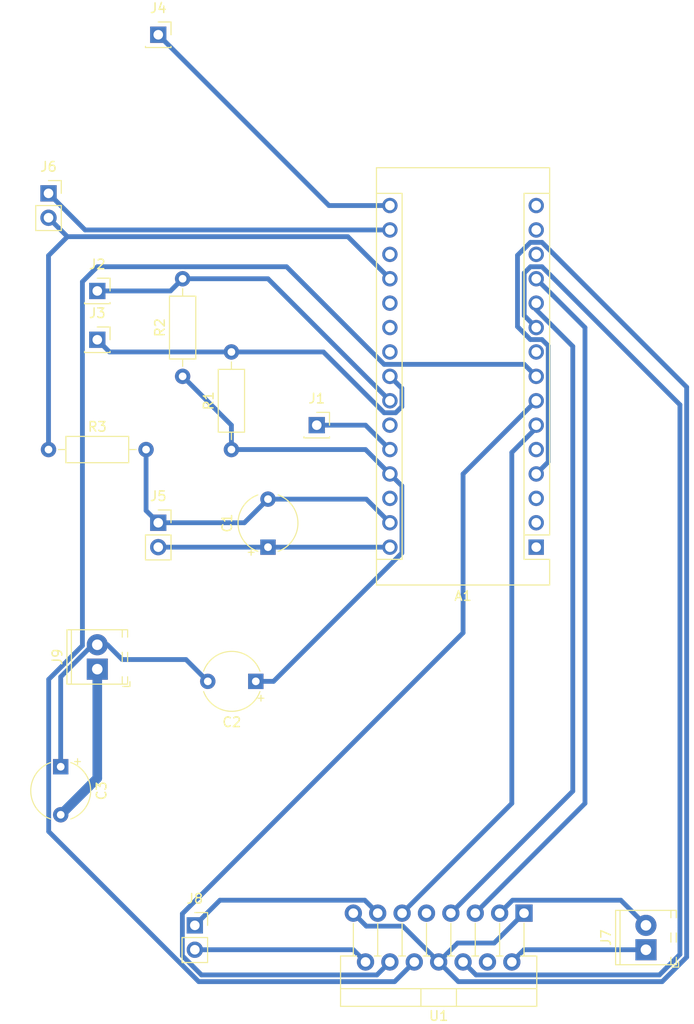
<source format=kicad_pcb>
(kicad_pcb (version 20171130) (host pcbnew "(5.1.9)-1")

  (general
    (thickness 1.6)
    (drawings 0)
    (tracks 115)
    (zones 0)
    (modules 17)
    (nets 35)
  )

  (page A4)
  (layers
    (0 F.Cu signal)
    (31 B.Cu signal)
    (32 B.Adhes user)
    (33 F.Adhes user)
    (34 B.Paste user)
    (35 F.Paste user)
    (36 B.SilkS user)
    (37 F.SilkS user)
    (38 B.Mask user)
    (39 F.Mask user)
    (40 Dwgs.User user)
    (41 Cmts.User user)
    (42 Eco1.User user)
    (43 Eco2.User user)
    (44 Edge.Cuts user)
    (45 Margin user)
    (46 B.CrtYd user)
    (47 F.CrtYd user)
    (48 B.Fab user)
    (49 F.Fab user)
  )

  (setup
    (last_trace_width 1)
    (user_trace_width 0.5)
    (user_trace_width 1)
    (trace_clearance 0.2)
    (zone_clearance 0.508)
    (zone_45_only no)
    (trace_min 0.2)
    (via_size 0.8)
    (via_drill 0.4)
    (via_min_size 0.4)
    (via_min_drill 0.3)
    (user_via 1.8 0.8)
    (uvia_size 0.3)
    (uvia_drill 0.1)
    (uvias_allowed no)
    (uvia_min_size 0.2)
    (uvia_min_drill 0.1)
    (edge_width 0.05)
    (segment_width 0.2)
    (pcb_text_width 0.3)
    (pcb_text_size 1.5 1.5)
    (mod_edge_width 0.12)
    (mod_text_size 1 1)
    (mod_text_width 0.15)
    (pad_size 1.524 1.524)
    (pad_drill 0.762)
    (pad_to_mask_clearance 0)
    (aux_axis_origin 0 0)
    (visible_elements FFFFFF7F)
    (pcbplotparams
      (layerselection 0x010fc_ffffffff)
      (usegerberextensions false)
      (usegerberattributes true)
      (usegerberadvancedattributes true)
      (creategerberjobfile true)
      (excludeedgelayer true)
      (linewidth 0.100000)
      (plotframeref false)
      (viasonmask false)
      (mode 1)
      (useauxorigin false)
      (hpglpennumber 1)
      (hpglpenspeed 20)
      (hpglpendiameter 15.000000)
      (psnegative false)
      (psa4output false)
      (plotreference true)
      (plotvalue true)
      (plotinvisibletext false)
      (padsonsilk false)
      (subtractmaskfromsilk false)
      (outputformat 1)
      (mirror false)
      (drillshape 1)
      (scaleselection 1)
      (outputdirectory ""))
  )

  (net 0 "")
  (net 1 /D_out)
  (net 2 "Net-(A1-Pad15)")
  (net 3 /V_In)
  (net 4 "Net-(A1-Pad14)")
  (net 5 GND)
  (net 6 "Net-(A1-Pad13)")
  (net 7 "Net-(A1-Pad28)")
  (net 8 /In_1)
  (net 9 Alim_logique)
  (net 10 /In_2)
  (net 11 /A_In)
  (net 12 /EnA)
  (net 13 "Net-(A1-Pad25)")
  (net 14 "Net-(A1-Pad9)")
  (net 15 /I2C_clk)
  (net 16 /In_3)
  (net 17 /I2C_Data)
  (net 18 /In_4)
  (net 19 "Net-(A1-Pad22)")
  (net 20 /EnB)
  (net 21 "Net-(A1-Pad21)")
  (net 22 "Net-(A1-Pad5)")
  (net 23 "Net-(A1-Pad20)")
  (net 24 thermistance)
  (net 25 "Net-(A1-Pad3)")
  (net 26 "Net-(A1-Pad18)")
  (net 27 "Net-(A1-Pad2)")
  (net 28 /alim_thermistance)
  (net 29 "Net-(A1-Pad1)")
  (net 30 Alim_puissance)
  (net 31 /s_1+)
  (net 32 /s_1-)
  (net 33 /s_2+)
  (net 34 /s_2-)

  (net_class Default "This is the default net class."
    (clearance 0.2)
    (trace_width 0.25)
    (via_dia 0.8)
    (via_drill 0.4)
    (uvia_dia 0.3)
    (uvia_drill 0.1)
    (add_net /A_In)
    (add_net /D_out)
    (add_net /EnA)
    (add_net /EnB)
    (add_net /I2C_Data)
    (add_net /I2C_clk)
    (add_net /In_1)
    (add_net /In_2)
    (add_net /In_3)
    (add_net /In_4)
    (add_net /V_In)
    (add_net /alim_thermistance)
    (add_net /s_1+)
    (add_net /s_1-)
    (add_net /s_2+)
    (add_net /s_2-)
    (add_net Alim_logique)
    (add_net Alim_puissance)
    (add_net GND)
    (add_net "Net-(A1-Pad1)")
    (add_net "Net-(A1-Pad13)")
    (add_net "Net-(A1-Pad14)")
    (add_net "Net-(A1-Pad15)")
    (add_net "Net-(A1-Pad18)")
    (add_net "Net-(A1-Pad2)")
    (add_net "Net-(A1-Pad20)")
    (add_net "Net-(A1-Pad21)")
    (add_net "Net-(A1-Pad22)")
    (add_net "Net-(A1-Pad25)")
    (add_net "Net-(A1-Pad28)")
    (add_net "Net-(A1-Pad3)")
    (add_net "Net-(A1-Pad5)")
    (add_net "Net-(A1-Pad9)")
    (add_net thermistance)
  )

  (module Package_TO_SOT_THT:TO-220-15_P2.54x2.54mm_StaggerOdd_Lead4.58mm_Vertical (layer F.Cu) (tedit 5AF05A31) (tstamp 60788A95)
    (at 63.5 120.65 180)
    (descr "TO-220-15, Vertical, RM 1.27mm, staggered type-1, see http://www.st.com/resource/en/datasheet/l298.pdf")
    (tags "TO-220-15 Vertical RM 1.27mm staggered type-1")
    (path /60740330)
    (fp_text reference U1 (at 8.89 -10.7) (layer F.SilkS)
      (effects (font (size 1 1) (thickness 0.15)))
    )
    (fp_text value L298HN (at 8.89 2.15) (layer F.Fab)
      (effects (font (size 1 1) (thickness 0.15)))
    )
    (fp_line (start 19.25 -9.83) (end -1.46 -9.83) (layer F.CrtYd) (width 0.05))
    (fp_line (start 19.25 1.16) (end 19.25 -9.83) (layer F.CrtYd) (width 0.05))
    (fp_line (start -1.46 1.16) (end 19.25 1.16) (layer F.CrtYd) (width 0.05))
    (fp_line (start -1.46 -9.83) (end -1.46 1.16) (layer F.CrtYd) (width 0.05))
    (fp_line (start 17.78 -4.459) (end 17.78 -1.065) (layer F.SilkS) (width 0.12))
    (fp_line (start 15.24 -4.459) (end 15.24 -1.065) (layer F.SilkS) (width 0.12))
    (fp_line (start 12.7 -4.459) (end 12.7 -1.065) (layer F.SilkS) (width 0.12))
    (fp_line (start 10.16 -4.459) (end 10.16 -1.065) (layer F.SilkS) (width 0.12))
    (fp_line (start 7.62 -4.459) (end 7.62 -1.065) (layer F.SilkS) (width 0.12))
    (fp_line (start 5.08 -4.459) (end 5.08 -1.065) (layer F.SilkS) (width 0.12))
    (fp_line (start 2.54 -4.459) (end 2.54 -1.065) (layer F.SilkS) (width 0.12))
    (fp_line (start 0 -4.459) (end 0 -1.05) (layer F.SilkS) (width 0.12))
    (fp_line (start 10.74 -9.7) (end 10.74 -7.86) (layer F.SilkS) (width 0.12))
    (fp_line (start 7.041 -9.7) (end 7.041 -7.86) (layer F.SilkS) (width 0.12))
    (fp_line (start -1.33 -7.86) (end 19.11 -7.86) (layer F.SilkS) (width 0.12))
    (fp_line (start 19.11 -9.7) (end 19.11 -4.459) (layer F.SilkS) (width 0.12))
    (fp_line (start -1.33 -9.7) (end -1.33 -4.459) (layer F.SilkS) (width 0.12))
    (fp_line (start 17.435 -4.459) (end 19.11 -4.459) (layer F.SilkS) (width 0.12))
    (fp_line (start 14.895 -4.459) (end 15.586 -4.459) (layer F.SilkS) (width 0.12))
    (fp_line (start 12.355 -4.459) (end 13.046 -4.459) (layer F.SilkS) (width 0.12))
    (fp_line (start 9.815 -4.459) (end 10.506 -4.459) (layer F.SilkS) (width 0.12))
    (fp_line (start 7.275 -4.459) (end 7.966 -4.459) (layer F.SilkS) (width 0.12))
    (fp_line (start 4.735 -4.459) (end 5.426 -4.459) (layer F.SilkS) (width 0.12))
    (fp_line (start 2.195 -4.459) (end 2.886 -4.459) (layer F.SilkS) (width 0.12))
    (fp_line (start -1.33 -4.459) (end 0.346 -4.459) (layer F.SilkS) (width 0.12))
    (fp_line (start -1.33 -9.7) (end 19.11 -9.7) (layer F.SilkS) (width 0.12))
    (fp_line (start 17.78 -4.58) (end 17.78 0) (layer F.Fab) (width 0.1))
    (fp_line (start 15.24 -4.58) (end 15.24 0) (layer F.Fab) (width 0.1))
    (fp_line (start 12.7 -4.58) (end 12.7 0) (layer F.Fab) (width 0.1))
    (fp_line (start 10.16 -4.58) (end 10.16 0) (layer F.Fab) (width 0.1))
    (fp_line (start 7.62 -4.58) (end 7.62 0) (layer F.Fab) (width 0.1))
    (fp_line (start 5.08 -4.58) (end 5.08 0) (layer F.Fab) (width 0.1))
    (fp_line (start 2.54 -4.58) (end 2.54 0) (layer F.Fab) (width 0.1))
    (fp_line (start 0 -4.58) (end 0 0) (layer F.Fab) (width 0.1))
    (fp_line (start 10.74 -9.58) (end 10.74 -7.98) (layer F.Fab) (width 0.1))
    (fp_line (start 7.04 -9.58) (end 7.04 -7.98) (layer F.Fab) (width 0.1))
    (fp_line (start -1.21 -7.98) (end 18.99 -7.98) (layer F.Fab) (width 0.1))
    (fp_line (start 18.99 -9.58) (end -1.21 -9.58) (layer F.Fab) (width 0.1))
    (fp_line (start 18.99 -4.58) (end 18.99 -9.58) (layer F.Fab) (width 0.1))
    (fp_line (start -1.21 -4.58) (end 18.99 -4.58) (layer F.Fab) (width 0.1))
    (fp_line (start -1.21 -9.58) (end -1.21 -4.58) (layer F.Fab) (width 0.1))
    (fp_text user %R (at 8.89 -10.7) (layer F.Fab)
      (effects (font (size 1 1) (thickness 0.15)))
    )
    (pad 1 thru_hole rect (at 0 0 180) (size 1.8 1.8) (drill 1) (layers *.Cu *.Mask)
      (net 5 GND))
    (pad 2 thru_hole oval (at 1.27 -5.08 180) (size 1.8 1.8) (drill 1) (layers *.Cu *.Mask)
      (net 32 /s_1-))
    (pad 3 thru_hole oval (at 2.54 0 180) (size 1.8 1.8) (drill 1) (layers *.Cu *.Mask)
      (net 31 /s_1+))
    (pad 4 thru_hole oval (at 3.81 -5.08 180) (size 1.8 1.8) (drill 1) (layers *.Cu *.Mask)
      (net 30 Alim_puissance))
    (pad 5 thru_hole oval (at 5.08 0 180) (size 1.8 1.8) (drill 1) (layers *.Cu *.Mask)
      (net 8 /In_1))
    (pad 6 thru_hole oval (at 6.35 -5.08 180) (size 1.8 1.8) (drill 1) (layers *.Cu *.Mask)
      (net 12 /EnA))
    (pad 7 thru_hole oval (at 7.62 0 180) (size 1.8 1.8) (drill 1) (layers *.Cu *.Mask)
      (net 10 /In_2))
    (pad 8 thru_hole oval (at 8.89 -5.08 180) (size 1.8 1.8) (drill 1) (layers *.Cu *.Mask)
      (net 5 GND))
    (pad 9 thru_hole oval (at 10.16 0 180) (size 1.8 1.8) (drill 1) (layers *.Cu *.Mask)
      (net 9 Alim_logique))
    (pad 10 thru_hole oval (at 11.43 -5.08 180) (size 1.8 1.8) (drill 1) (layers *.Cu *.Mask)
      (net 16 /In_3))
    (pad 11 thru_hole oval (at 12.7 0 180) (size 1.8 1.8) (drill 1) (layers *.Cu *.Mask)
      (net 20 /EnB))
    (pad 12 thru_hole oval (at 13.97 -5.08 180) (size 1.8 1.8) (drill 1) (layers *.Cu *.Mask)
      (net 18 /In_4))
    (pad 13 thru_hole oval (at 15.24 0 180) (size 1.8 1.8) (drill 1) (layers *.Cu *.Mask)
      (net 34 /s_2-))
    (pad 14 thru_hole oval (at 16.51 -5.08 180) (size 1.8 1.8) (drill 1) (layers *.Cu *.Mask)
      (net 33 /s_2+))
    (pad 15 thru_hole oval (at 17.78 0 180) (size 1.8 1.8) (drill 1) (layers *.Cu *.Mask)
      (net 5 GND))
    (model ${KISYS3DMOD}/Package_TO_SOT_THT.3dshapes/TO-220-15_P2.54x2.54mm_StaggerOdd_Lead4.58mm_Vertical.wrl
      (at (xyz 0 0 0))
      (scale (xyz 1 1 1))
      (rotate (xyz 0 0 0))
    )
  )

  (module Resistor_THT:R_Axial_DIN0207_L6.3mm_D2.5mm_P10.16mm_Horizontal (layer F.Cu) (tedit 5AE5139B) (tstamp 60788A58)
    (at 13.97 72.39)
    (descr "Resistor, Axial_DIN0207 series, Axial, Horizontal, pin pitch=10.16mm, 0.25W = 1/4W, length*diameter=6.3*2.5mm^2, http://cdn-reichelt.de/documents/datenblatt/B400/1_4W%23YAG.pdf")
    (tags "Resistor Axial_DIN0207 series Axial Horizontal pin pitch 10.16mm 0.25W = 1/4W length 6.3mm diameter 2.5mm")
    (path /60794A64)
    (fp_text reference R3 (at 5.08 -2.37) (layer F.SilkS)
      (effects (font (size 1 1) (thickness 0.15)))
    )
    (fp_text value R (at 5.08 2.37) (layer F.Fab)
      (effects (font (size 1 1) (thickness 0.15)))
    )
    (fp_text user %R (at 5.08 0) (layer F.Fab)
      (effects (font (size 1 1) (thickness 0.15)))
    )
    (fp_line (start 1.93 -1.25) (end 1.93 1.25) (layer F.Fab) (width 0.1))
    (fp_line (start 1.93 1.25) (end 8.23 1.25) (layer F.Fab) (width 0.1))
    (fp_line (start 8.23 1.25) (end 8.23 -1.25) (layer F.Fab) (width 0.1))
    (fp_line (start 8.23 -1.25) (end 1.93 -1.25) (layer F.Fab) (width 0.1))
    (fp_line (start 0 0) (end 1.93 0) (layer F.Fab) (width 0.1))
    (fp_line (start 10.16 0) (end 8.23 0) (layer F.Fab) (width 0.1))
    (fp_line (start 1.81 -1.37) (end 1.81 1.37) (layer F.SilkS) (width 0.12))
    (fp_line (start 1.81 1.37) (end 8.35 1.37) (layer F.SilkS) (width 0.12))
    (fp_line (start 8.35 1.37) (end 8.35 -1.37) (layer F.SilkS) (width 0.12))
    (fp_line (start 8.35 -1.37) (end 1.81 -1.37) (layer F.SilkS) (width 0.12))
    (fp_line (start 1.04 0) (end 1.81 0) (layer F.SilkS) (width 0.12))
    (fp_line (start 9.12 0) (end 8.35 0) (layer F.SilkS) (width 0.12))
    (fp_line (start -1.05 -1.5) (end -1.05 1.5) (layer F.CrtYd) (width 0.05))
    (fp_line (start -1.05 1.5) (end 11.21 1.5) (layer F.CrtYd) (width 0.05))
    (fp_line (start 11.21 1.5) (end 11.21 -1.5) (layer F.CrtYd) (width 0.05))
    (fp_line (start 11.21 -1.5) (end -1.05 -1.5) (layer F.CrtYd) (width 0.05))
    (pad 2 thru_hole oval (at 10.16 0) (size 1.6 1.6) (drill 0.8) (layers *.Cu *.Mask)
      (net 5 GND))
    (pad 1 thru_hole circle (at 0 0) (size 1.6 1.6) (drill 0.8) (layers *.Cu *.Mask)
      (net 24 thermistance))
    (model ${KISYS3DMOD}/Resistor_THT.3dshapes/R_Axial_DIN0207_L6.3mm_D2.5mm_P10.16mm_Horizontal.wrl
      (at (xyz 0 0 0))
      (scale (xyz 1 1 1))
      (rotate (xyz 0 0 0))
    )
  )

  (module Resistor_THT:R_Axial_DIN0207_L6.3mm_D2.5mm_P10.16mm_Horizontal (layer F.Cu) (tedit 5AE5139B) (tstamp 6078B781)
    (at 27.94 64.77 90)
    (descr "Resistor, Axial_DIN0207 series, Axial, Horizontal, pin pitch=10.16mm, 0.25W = 1/4W, length*diameter=6.3*2.5mm^2, http://cdn-reichelt.de/documents/datenblatt/B400/1_4W%23YAG.pdf")
    (tags "Resistor Axial_DIN0207 series Axial Horizontal pin pitch 10.16mm 0.25W = 1/4W length 6.3mm diameter 2.5mm")
    (path /607D8669)
    (fp_text reference R2 (at 5.08 -2.37 90) (layer F.SilkS)
      (effects (font (size 1 1) (thickness 0.15)))
    )
    (fp_text value R (at 5.08 2.37 90) (layer F.Fab)
      (effects (font (size 1 1) (thickness 0.15)))
    )
    (fp_text user %R (at 5.08 0 90) (layer F.Fab)
      (effects (font (size 1 1) (thickness 0.15)))
    )
    (fp_line (start 1.93 -1.25) (end 1.93 1.25) (layer F.Fab) (width 0.1))
    (fp_line (start 1.93 1.25) (end 8.23 1.25) (layer F.Fab) (width 0.1))
    (fp_line (start 8.23 1.25) (end 8.23 -1.25) (layer F.Fab) (width 0.1))
    (fp_line (start 8.23 -1.25) (end 1.93 -1.25) (layer F.Fab) (width 0.1))
    (fp_line (start 0 0) (end 1.93 0) (layer F.Fab) (width 0.1))
    (fp_line (start 10.16 0) (end 8.23 0) (layer F.Fab) (width 0.1))
    (fp_line (start 1.81 -1.37) (end 1.81 1.37) (layer F.SilkS) (width 0.12))
    (fp_line (start 1.81 1.37) (end 8.35 1.37) (layer F.SilkS) (width 0.12))
    (fp_line (start 8.35 1.37) (end 8.35 -1.37) (layer F.SilkS) (width 0.12))
    (fp_line (start 8.35 -1.37) (end 1.81 -1.37) (layer F.SilkS) (width 0.12))
    (fp_line (start 1.04 0) (end 1.81 0) (layer F.SilkS) (width 0.12))
    (fp_line (start 9.12 0) (end 8.35 0) (layer F.SilkS) (width 0.12))
    (fp_line (start -1.05 -1.5) (end -1.05 1.5) (layer F.CrtYd) (width 0.05))
    (fp_line (start -1.05 1.5) (end 11.21 1.5) (layer F.CrtYd) (width 0.05))
    (fp_line (start 11.21 1.5) (end 11.21 -1.5) (layer F.CrtYd) (width 0.05))
    (fp_line (start 11.21 -1.5) (end -1.05 -1.5) (layer F.CrtYd) (width 0.05))
    (pad 2 thru_hole oval (at 10.16 0 90) (size 1.6 1.6) (drill 0.8) (layers *.Cu *.Mask)
      (net 15 /I2C_clk))
    (pad 1 thru_hole circle (at 0 0 90) (size 1.6 1.6) (drill 0.8) (layers *.Cu *.Mask)
      (net 9 Alim_logique))
    (model ${KISYS3DMOD}/Resistor_THT.3dshapes/R_Axial_DIN0207_L6.3mm_D2.5mm_P10.16mm_Horizontal.wrl
      (at (xyz 0 0 0))
      (scale (xyz 1 1 1))
      (rotate (xyz 0 0 0))
    )
  )

  (module Resistor_THT:R_Axial_DIN0207_L6.3mm_D2.5mm_P10.16mm_Horizontal (layer F.Cu) (tedit 5AE5139B) (tstamp 60788A2A)
    (at 33.02 72.39 90)
    (descr "Resistor, Axial_DIN0207 series, Axial, Horizontal, pin pitch=10.16mm, 0.25W = 1/4W, length*diameter=6.3*2.5mm^2, http://cdn-reichelt.de/documents/datenblatt/B400/1_4W%23YAG.pdf")
    (tags "Resistor Axial_DIN0207 series Axial Horizontal pin pitch 10.16mm 0.25W = 1/4W length 6.3mm diameter 2.5mm")
    (path /607D8E36)
    (fp_text reference R1 (at 5.08 -2.37 90) (layer F.SilkS)
      (effects (font (size 1 1) (thickness 0.15)))
    )
    (fp_text value R (at 5.08 2.37 90) (layer F.Fab)
      (effects (font (size 1 1) (thickness 0.15)))
    )
    (fp_line (start 11.21 -1.5) (end -1.05 -1.5) (layer F.CrtYd) (width 0.05))
    (fp_line (start 11.21 1.5) (end 11.21 -1.5) (layer F.CrtYd) (width 0.05))
    (fp_line (start -1.05 1.5) (end 11.21 1.5) (layer F.CrtYd) (width 0.05))
    (fp_line (start -1.05 -1.5) (end -1.05 1.5) (layer F.CrtYd) (width 0.05))
    (fp_line (start 9.12 0) (end 8.35 0) (layer F.SilkS) (width 0.12))
    (fp_line (start 1.04 0) (end 1.81 0) (layer F.SilkS) (width 0.12))
    (fp_line (start 8.35 -1.37) (end 1.81 -1.37) (layer F.SilkS) (width 0.12))
    (fp_line (start 8.35 1.37) (end 8.35 -1.37) (layer F.SilkS) (width 0.12))
    (fp_line (start 1.81 1.37) (end 8.35 1.37) (layer F.SilkS) (width 0.12))
    (fp_line (start 1.81 -1.37) (end 1.81 1.37) (layer F.SilkS) (width 0.12))
    (fp_line (start 10.16 0) (end 8.23 0) (layer F.Fab) (width 0.1))
    (fp_line (start 0 0) (end 1.93 0) (layer F.Fab) (width 0.1))
    (fp_line (start 8.23 -1.25) (end 1.93 -1.25) (layer F.Fab) (width 0.1))
    (fp_line (start 8.23 1.25) (end 8.23 -1.25) (layer F.Fab) (width 0.1))
    (fp_line (start 1.93 1.25) (end 8.23 1.25) (layer F.Fab) (width 0.1))
    (fp_line (start 1.93 -1.25) (end 1.93 1.25) (layer F.Fab) (width 0.1))
    (fp_text user %R (at 5.08 0 90) (layer F.Fab)
      (effects (font (size 1 1) (thickness 0.15)))
    )
    (pad 1 thru_hole circle (at 0 0 90) (size 1.6 1.6) (drill 0.8) (layers *.Cu *.Mask)
      (net 9 Alim_logique))
    (pad 2 thru_hole oval (at 10.16 0 90) (size 1.6 1.6) (drill 0.8) (layers *.Cu *.Mask)
      (net 17 /I2C_Data))
    (model ${KISYS3DMOD}/Resistor_THT.3dshapes/R_Axial_DIN0207_L6.3mm_D2.5mm_P10.16mm_Horizontal.wrl
      (at (xyz 0 0 0))
      (scale (xyz 1 1 1))
      (rotate (xyz 0 0 0))
    )
  )

  (module TerminalBlock_Phoenix:TerminalBlock_Phoenix_MPT-0,5-2-2.54_1x02_P2.54mm_Horizontal (layer F.Cu) (tedit 5B294F98) (tstamp 60788A13)
    (at 19.05 95.25 90)
    (descr "Terminal Block Phoenix MPT-0,5-2-2.54, 2 pins, pitch 2.54mm, size 5.54x6.2mm^2, drill diamater 1.1mm, pad diameter 2.2mm, see http://www.mouser.com/ds/2/324/ItemDetail_1725656-920552.pdf, script-generated using https://github.com/pointhi/kicad-footprint-generator/scripts/TerminalBlock_Phoenix")
    (tags "THT Terminal Block Phoenix MPT-0,5-2-2.54 pitch 2.54mm size 5.54x6.2mm^2 drill 1.1mm pad 2.2mm")
    (path /6074D7AA)
    (fp_text reference J9 (at 1.27 -4.16 90) (layer F.SilkS)
      (effects (font (size 1 1) (thickness 0.15)))
    )
    (fp_text value Alim_puissance (at 1.27 4.16 90) (layer F.Fab)
      (effects (font (size 1 1) (thickness 0.15)))
    )
    (fp_text user %R (at 1.27 2 90) (layer F.Fab)
      (effects (font (size 1 1) (thickness 0.15)))
    )
    (fp_circle (center 0 0) (end 1.1 0) (layer F.Fab) (width 0.1))
    (fp_circle (center 2.54 0) (end 3.64 0) (layer F.Fab) (width 0.1))
    (fp_line (start -1.5 -3.1) (end 4.04 -3.1) (layer F.Fab) (width 0.1))
    (fp_line (start 4.04 -3.1) (end 4.04 3.1) (layer F.Fab) (width 0.1))
    (fp_line (start 4.04 3.1) (end -1 3.1) (layer F.Fab) (width 0.1))
    (fp_line (start -1 3.1) (end -1.5 2.6) (layer F.Fab) (width 0.1))
    (fp_line (start -1.5 2.6) (end -1.5 -3.1) (layer F.Fab) (width 0.1))
    (fp_line (start -1.5 2.6) (end 4.04 2.6) (layer F.Fab) (width 0.1))
    (fp_line (start -1.56 2.6) (end -0.79 2.6) (layer F.SilkS) (width 0.12))
    (fp_line (start 0.79 2.6) (end 1.75 2.6) (layer F.SilkS) (width 0.12))
    (fp_line (start 3.33 2.6) (end 4.1 2.6) (layer F.SilkS) (width 0.12))
    (fp_line (start -1.5 -2.7) (end 4.04 -2.7) (layer F.Fab) (width 0.1))
    (fp_line (start -1.56 -2.7) (end 4.1 -2.7) (layer F.SilkS) (width 0.12))
    (fp_line (start -1.56 -3.16) (end 4.1 -3.16) (layer F.SilkS) (width 0.12))
    (fp_line (start -1.56 3.16) (end -0.79 3.16) (layer F.SilkS) (width 0.12))
    (fp_line (start 0.79 3.16) (end 1.75 3.16) (layer F.SilkS) (width 0.12))
    (fp_line (start 3.33 3.16) (end 4.1 3.16) (layer F.SilkS) (width 0.12))
    (fp_line (start -1.56 -3.16) (end -1.56 3.16) (layer F.SilkS) (width 0.12))
    (fp_line (start 4.1 -3.16) (end 4.1 3.16) (layer F.SilkS) (width 0.12))
    (fp_line (start 0.835 -0.7) (end -0.701 0.835) (layer F.Fab) (width 0.1))
    (fp_line (start 0.701 -0.835) (end -0.835 0.7) (layer F.Fab) (width 0.1))
    (fp_line (start 3.375 -0.7) (end 1.84 0.835) (layer F.Fab) (width 0.1))
    (fp_line (start 3.241 -0.835) (end 1.706 0.7) (layer F.Fab) (width 0.1))
    (fp_line (start -1.8 2.66) (end -1.8 3.4) (layer F.SilkS) (width 0.12))
    (fp_line (start -1.8 3.4) (end -1.3 3.4) (layer F.SilkS) (width 0.12))
    (fp_line (start -2 -3.6) (end -2 3.6) (layer F.CrtYd) (width 0.05))
    (fp_line (start -2 3.6) (end 4.54 3.6) (layer F.CrtYd) (width 0.05))
    (fp_line (start 4.54 3.6) (end 4.54 -3.6) (layer F.CrtYd) (width 0.05))
    (fp_line (start 4.54 -3.6) (end -2 -3.6) (layer F.CrtYd) (width 0.05))
    (pad "" np_thru_hole circle (at 2.54 2.54 90) (size 1.1 1.1) (drill 1.1) (layers *.Cu *.Mask))
    (pad 2 thru_hole circle (at 2.54 0 90) (size 2.2 2.2) (drill 1.1) (layers *.Cu *.Mask)
      (net 5 GND))
    (pad "" np_thru_hole circle (at 0 2.54 90) (size 1.1 1.1) (drill 1.1) (layers *.Cu *.Mask))
    (pad 1 thru_hole rect (at 0 0 90) (size 2.2 2.2) (drill 1.1) (layers *.Cu *.Mask)
      (net 30 Alim_puissance))
    (model ${KISYS3DMOD}/TerminalBlock_Phoenix.3dshapes/TerminalBlock_Phoenix_MPT-0,5-2-2.54_1x02_P2.54mm_Horizontal.wrl
      (at (xyz 0 0 0))
      (scale (xyz 1 1 1))
      (rotate (xyz 0 0 0))
    )
  )

  (module TerminalBlock_Phoenix:TerminalBlock_Phoenix_MPT-0,5-2-2.54_1x02_P2.54mm_Horizontal (layer F.Cu) (tedit 5B294F98) (tstamp 607889C7)
    (at 76.2 124.46 90)
    (descr "Terminal Block Phoenix MPT-0,5-2-2.54, 2 pins, pitch 2.54mm, size 5.54x6.2mm^2, drill diamater 1.1mm, pad diameter 2.2mm, see http://www.mouser.com/ds/2/324/ItemDetail_1725656-920552.pdf, script-generated using https://github.com/pointhi/kicad-footprint-generator/scripts/TerminalBlock_Phoenix")
    (tags "THT Terminal Block Phoenix MPT-0,5-2-2.54 pitch 2.54mm size 5.54x6.2mm^2 drill 1.1mm pad 2.2mm")
    (path /60759CB6)
    (fp_text reference J7 (at 1.27 -4.16 90) (layer F.SilkS)
      (effects (font (size 1 1) (thickness 0.15)))
    )
    (fp_text value sortie_1 (at 1.27 4.16 90) (layer F.Fab)
      (effects (font (size 1 1) (thickness 0.15)))
    )
    (fp_text user %R (at 1.27 2 90) (layer F.Fab)
      (effects (font (size 1 1) (thickness 0.15)))
    )
    (fp_circle (center 0 0) (end 1.1 0) (layer F.Fab) (width 0.1))
    (fp_circle (center 2.54 0) (end 3.64 0) (layer F.Fab) (width 0.1))
    (fp_line (start -1.5 -3.1) (end 4.04 -3.1) (layer F.Fab) (width 0.1))
    (fp_line (start 4.04 -3.1) (end 4.04 3.1) (layer F.Fab) (width 0.1))
    (fp_line (start 4.04 3.1) (end -1 3.1) (layer F.Fab) (width 0.1))
    (fp_line (start -1 3.1) (end -1.5 2.6) (layer F.Fab) (width 0.1))
    (fp_line (start -1.5 2.6) (end -1.5 -3.1) (layer F.Fab) (width 0.1))
    (fp_line (start -1.5 2.6) (end 4.04 2.6) (layer F.Fab) (width 0.1))
    (fp_line (start -1.56 2.6) (end -0.79 2.6) (layer F.SilkS) (width 0.12))
    (fp_line (start 0.79 2.6) (end 1.75 2.6) (layer F.SilkS) (width 0.12))
    (fp_line (start 3.33 2.6) (end 4.1 2.6) (layer F.SilkS) (width 0.12))
    (fp_line (start -1.5 -2.7) (end 4.04 -2.7) (layer F.Fab) (width 0.1))
    (fp_line (start -1.56 -2.7) (end 4.1 -2.7) (layer F.SilkS) (width 0.12))
    (fp_line (start -1.56 -3.16) (end 4.1 -3.16) (layer F.SilkS) (width 0.12))
    (fp_line (start -1.56 3.16) (end -0.79 3.16) (layer F.SilkS) (width 0.12))
    (fp_line (start 0.79 3.16) (end 1.75 3.16) (layer F.SilkS) (width 0.12))
    (fp_line (start 3.33 3.16) (end 4.1 3.16) (layer F.SilkS) (width 0.12))
    (fp_line (start -1.56 -3.16) (end -1.56 3.16) (layer F.SilkS) (width 0.12))
    (fp_line (start 4.1 -3.16) (end 4.1 3.16) (layer F.SilkS) (width 0.12))
    (fp_line (start 0.835 -0.7) (end -0.701 0.835) (layer F.Fab) (width 0.1))
    (fp_line (start 0.701 -0.835) (end -0.835 0.7) (layer F.Fab) (width 0.1))
    (fp_line (start 3.375 -0.7) (end 1.84 0.835) (layer F.Fab) (width 0.1))
    (fp_line (start 3.241 -0.835) (end 1.706 0.7) (layer F.Fab) (width 0.1))
    (fp_line (start -1.8 2.66) (end -1.8 3.4) (layer F.SilkS) (width 0.12))
    (fp_line (start -1.8 3.4) (end -1.3 3.4) (layer F.SilkS) (width 0.12))
    (fp_line (start -2 -3.6) (end -2 3.6) (layer F.CrtYd) (width 0.05))
    (fp_line (start -2 3.6) (end 4.54 3.6) (layer F.CrtYd) (width 0.05))
    (fp_line (start 4.54 3.6) (end 4.54 -3.6) (layer F.CrtYd) (width 0.05))
    (fp_line (start 4.54 -3.6) (end -2 -3.6) (layer F.CrtYd) (width 0.05))
    (pad "" np_thru_hole circle (at 2.54 2.54 90) (size 1.1 1.1) (drill 1.1) (layers *.Cu *.Mask))
    (pad 2 thru_hole circle (at 2.54 0 90) (size 2.2 2.2) (drill 1.1) (layers *.Cu *.Mask)
      (net 31 /s_1+))
    (pad "" np_thru_hole circle (at 0 2.54 90) (size 1.1 1.1) (drill 1.1) (layers *.Cu *.Mask))
    (pad 1 thru_hole rect (at 0 0 90) (size 2.2 2.2) (drill 1.1) (layers *.Cu *.Mask)
      (net 32 /s_1-))
    (model ${KISYS3DMOD}/TerminalBlock_Phoenix.3dshapes/TerminalBlock_Phoenix_MPT-0,5-2-2.54_1x02_P2.54mm_Horizontal.wrl
      (at (xyz 0 0 0))
      (scale (xyz 1 1 1))
      (rotate (xyz 0 0 0))
    )
  )

  (module Connector_PinSocket_2.54mm:PinSocket_1x02_P2.54mm_Vertical (layer F.Cu) (tedit 5A19A420) (tstamp 607889A1)
    (at 13.97 45.72)
    (descr "Through hole straight socket strip, 1x02, 2.54mm pitch, single row (from Kicad 4.0.7), script generated")
    (tags "Through hole socket strip THT 1x02 2.54mm single row")
    (path /60794274)
    (fp_text reference J6 (at 0 -2.77) (layer F.SilkS)
      (effects (font (size 1 1) (thickness 0.15)))
    )
    (fp_text value Thermistance (at 0 5.31) (layer F.Fab)
      (effects (font (size 1 1) (thickness 0.15)))
    )
    (fp_text user %R (at 0 1.27 90) (layer F.Fab)
      (effects (font (size 1 1) (thickness 0.15)))
    )
    (fp_line (start -1.27 -1.27) (end 0.635 -1.27) (layer F.Fab) (width 0.1))
    (fp_line (start 0.635 -1.27) (end 1.27 -0.635) (layer F.Fab) (width 0.1))
    (fp_line (start 1.27 -0.635) (end 1.27 3.81) (layer F.Fab) (width 0.1))
    (fp_line (start 1.27 3.81) (end -1.27 3.81) (layer F.Fab) (width 0.1))
    (fp_line (start -1.27 3.81) (end -1.27 -1.27) (layer F.Fab) (width 0.1))
    (fp_line (start -1.33 1.27) (end 1.33 1.27) (layer F.SilkS) (width 0.12))
    (fp_line (start -1.33 1.27) (end -1.33 3.87) (layer F.SilkS) (width 0.12))
    (fp_line (start -1.33 3.87) (end 1.33 3.87) (layer F.SilkS) (width 0.12))
    (fp_line (start 1.33 1.27) (end 1.33 3.87) (layer F.SilkS) (width 0.12))
    (fp_line (start 1.33 -1.33) (end 1.33 0) (layer F.SilkS) (width 0.12))
    (fp_line (start 0 -1.33) (end 1.33 -1.33) (layer F.SilkS) (width 0.12))
    (fp_line (start -1.8 -1.8) (end 1.75 -1.8) (layer F.CrtYd) (width 0.05))
    (fp_line (start 1.75 -1.8) (end 1.75 4.3) (layer F.CrtYd) (width 0.05))
    (fp_line (start 1.75 4.3) (end -1.8 4.3) (layer F.CrtYd) (width 0.05))
    (fp_line (start -1.8 4.3) (end -1.8 -1.8) (layer F.CrtYd) (width 0.05))
    (pad 2 thru_hole oval (at 0 2.54) (size 1.7 1.7) (drill 1) (layers *.Cu *.Mask)
      (net 24 thermistance))
    (pad 1 thru_hole rect (at 0 0) (size 1.7 1.7) (drill 1) (layers *.Cu *.Mask)
      (net 28 /alim_thermistance))
    (model ${KISYS3DMOD}/Connector_PinSocket_2.54mm.3dshapes/PinSocket_1x02_P2.54mm_Vertical.wrl
      (at (xyz 0 0 0))
      (scale (xyz 1 1 1))
      (rotate (xyz 0 0 0))
    )
  )

  (module Connector_PinSocket_2.54mm:PinSocket_1x01_P2.54mm_Vertical (layer F.Cu) (tedit 5A19A434) (tstamp 607898E1)
    (at 25.4 29.21)
    (descr "Through hole straight socket strip, 1x01, 2.54mm pitch, single row (from Kicad 4.0.7), script generated")
    (tags "Through hole socket strip THT 1x01 2.54mm single row")
    (path /607C8088)
    (fp_text reference J4 (at 0 -2.77) (layer F.SilkS)
      (effects (font (size 1 1) (thickness 0.15)))
    )
    (fp_text value Sortie_supplémentaire (at 0 2.77) (layer F.Fab)
      (effects (font (size 1 1) (thickness 0.15)))
    )
    (fp_text user %R (at 0 0) (layer F.Fab)
      (effects (font (size 1 1) (thickness 0.15)))
    )
    (fp_line (start -1.27 -1.27) (end 0.635 -1.27) (layer F.Fab) (width 0.1))
    (fp_line (start 0.635 -1.27) (end 1.27 -0.635) (layer F.Fab) (width 0.1))
    (fp_line (start 1.27 -0.635) (end 1.27 1.27) (layer F.Fab) (width 0.1))
    (fp_line (start 1.27 1.27) (end -1.27 1.27) (layer F.Fab) (width 0.1))
    (fp_line (start -1.27 1.27) (end -1.27 -1.27) (layer F.Fab) (width 0.1))
    (fp_line (start -1.33 1.33) (end 1.33 1.33) (layer F.SilkS) (width 0.12))
    (fp_line (start -1.33 1.21) (end -1.33 1.33) (layer F.SilkS) (width 0.12))
    (fp_line (start 1.33 1.21) (end 1.33 1.33) (layer F.SilkS) (width 0.12))
    (fp_line (start 1.33 -1.33) (end 1.33 0) (layer F.SilkS) (width 0.12))
    (fp_line (start 0 -1.33) (end 1.33 -1.33) (layer F.SilkS) (width 0.12))
    (fp_line (start -1.8 -1.8) (end 1.75 -1.8) (layer F.CrtYd) (width 0.05))
    (fp_line (start 1.75 -1.8) (end 1.75 1.75) (layer F.CrtYd) (width 0.05))
    (fp_line (start 1.75 1.75) (end -1.8 1.75) (layer F.CrtYd) (width 0.05))
    (fp_line (start -1.8 1.75) (end -1.8 -1.8) (layer F.CrtYd) (width 0.05))
    (pad 1 thru_hole rect (at 0 0) (size 1.7 1.7) (drill 1) (layers *.Cu *.Mask)
      (net 1 /D_out))
    (model ${KISYS3DMOD}/Connector_PinSocket_2.54mm.3dshapes/PinSocket_1x01_P2.54mm_Vertical.wrl
      (at (xyz 0 0 0))
      (scale (xyz 1 1 1))
      (rotate (xyz 0 0 0))
    )
  )

  (module Connector_PinSocket_2.54mm:PinSocket_1x01_P2.54mm_Vertical (layer F.Cu) (tedit 5A19A434) (tstamp 60788951)
    (at 19.05 60.96)
    (descr "Through hole straight socket strip, 1x01, 2.54mm pitch, single row (from Kicad 4.0.7), script generated")
    (tags "Through hole socket strip THT 1x01 2.54mm single row")
    (path /607C29C9)
    (fp_text reference J3 (at 0 -2.77) (layer F.SilkS)
      (effects (font (size 1 1) (thickness 0.15)))
    )
    (fp_text value i2c_scl (at 0 2.77) (layer F.Fab)
      (effects (font (size 1 1) (thickness 0.15)))
    )
    (fp_text user %R (at 0 0) (layer F.Fab)
      (effects (font (size 1 1) (thickness 0.15)))
    )
    (fp_line (start -1.27 -1.27) (end 0.635 -1.27) (layer F.Fab) (width 0.1))
    (fp_line (start 0.635 -1.27) (end 1.27 -0.635) (layer F.Fab) (width 0.1))
    (fp_line (start 1.27 -0.635) (end 1.27 1.27) (layer F.Fab) (width 0.1))
    (fp_line (start 1.27 1.27) (end -1.27 1.27) (layer F.Fab) (width 0.1))
    (fp_line (start -1.27 1.27) (end -1.27 -1.27) (layer F.Fab) (width 0.1))
    (fp_line (start -1.33 1.33) (end 1.33 1.33) (layer F.SilkS) (width 0.12))
    (fp_line (start -1.33 1.21) (end -1.33 1.33) (layer F.SilkS) (width 0.12))
    (fp_line (start 1.33 1.21) (end 1.33 1.33) (layer F.SilkS) (width 0.12))
    (fp_line (start 1.33 -1.33) (end 1.33 0) (layer F.SilkS) (width 0.12))
    (fp_line (start 0 -1.33) (end 1.33 -1.33) (layer F.SilkS) (width 0.12))
    (fp_line (start -1.8 -1.8) (end 1.75 -1.8) (layer F.CrtYd) (width 0.05))
    (fp_line (start 1.75 -1.8) (end 1.75 1.75) (layer F.CrtYd) (width 0.05))
    (fp_line (start 1.75 1.75) (end -1.8 1.75) (layer F.CrtYd) (width 0.05))
    (fp_line (start -1.8 1.75) (end -1.8 -1.8) (layer F.CrtYd) (width 0.05))
    (pad 1 thru_hole rect (at 0 0) (size 1.7 1.7) (drill 1) (layers *.Cu *.Mask)
      (net 17 /I2C_Data))
    (model ${KISYS3DMOD}/Connector_PinSocket_2.54mm.3dshapes/PinSocket_1x01_P2.54mm_Vertical.wrl
      (at (xyz 0 0 0))
      (scale (xyz 1 1 1))
      (rotate (xyz 0 0 0))
    )
  )

  (module Connector_PinSocket_2.54mm:PinSocket_1x01_P2.54mm_Vertical (layer F.Cu) (tedit 5A19A434) (tstamp 6078893D)
    (at 19.05 55.88)
    (descr "Through hole straight socket strip, 1x01, 2.54mm pitch, single row (from Kicad 4.0.7), script generated")
    (tags "Through hole socket strip THT 1x01 2.54mm single row")
    (path /607C241F)
    (fp_text reference J2 (at 0 -2.77) (layer F.SilkS)
      (effects (font (size 1 1) (thickness 0.15)))
    )
    (fp_text value i2c_sda (at 0 2.77) (layer F.Fab)
      (effects (font (size 1 1) (thickness 0.15)))
    )
    (fp_text user %R (at 0 0) (layer F.Fab)
      (effects (font (size 1 1) (thickness 0.15)))
    )
    (fp_line (start -1.27 -1.27) (end 0.635 -1.27) (layer F.Fab) (width 0.1))
    (fp_line (start 0.635 -1.27) (end 1.27 -0.635) (layer F.Fab) (width 0.1))
    (fp_line (start 1.27 -0.635) (end 1.27 1.27) (layer F.Fab) (width 0.1))
    (fp_line (start 1.27 1.27) (end -1.27 1.27) (layer F.Fab) (width 0.1))
    (fp_line (start -1.27 1.27) (end -1.27 -1.27) (layer F.Fab) (width 0.1))
    (fp_line (start -1.33 1.33) (end 1.33 1.33) (layer F.SilkS) (width 0.12))
    (fp_line (start -1.33 1.21) (end -1.33 1.33) (layer F.SilkS) (width 0.12))
    (fp_line (start 1.33 1.21) (end 1.33 1.33) (layer F.SilkS) (width 0.12))
    (fp_line (start 1.33 -1.33) (end 1.33 0) (layer F.SilkS) (width 0.12))
    (fp_line (start 0 -1.33) (end 1.33 -1.33) (layer F.SilkS) (width 0.12))
    (fp_line (start -1.8 -1.8) (end 1.75 -1.8) (layer F.CrtYd) (width 0.05))
    (fp_line (start 1.75 -1.8) (end 1.75 1.75) (layer F.CrtYd) (width 0.05))
    (fp_line (start 1.75 1.75) (end -1.8 1.75) (layer F.CrtYd) (width 0.05))
    (fp_line (start -1.8 1.75) (end -1.8 -1.8) (layer F.CrtYd) (width 0.05))
    (pad 1 thru_hole rect (at 0 0) (size 1.7 1.7) (drill 1) (layers *.Cu *.Mask)
      (net 15 /I2C_clk))
    (model ${KISYS3DMOD}/Connector_PinSocket_2.54mm.3dshapes/PinSocket_1x01_P2.54mm_Vertical.wrl
      (at (xyz 0 0 0))
      (scale (xyz 1 1 1))
      (rotate (xyz 0 0 0))
    )
  )

  (module Connector_PinSocket_2.54mm:PinSocket_1x01_P2.54mm_Vertical (layer F.Cu) (tedit 5A19A434) (tstamp 60788929)
    (at 41.91 69.85)
    (descr "Through hole straight socket strip, 1x01, 2.54mm pitch, single row (from Kicad 4.0.7), script generated")
    (tags "Through hole socket strip THT 1x01 2.54mm single row")
    (path /607BA1AD)
    (fp_text reference J1 (at 0 -2.77) (layer F.SilkS)
      (effects (font (size 1 1) (thickness 0.15)))
    )
    (fp_text value A_in_supplémentaire (at 0 2.77) (layer F.Fab)
      (effects (font (size 1 1) (thickness 0.15)))
    )
    (fp_text user %R (at 0 0) (layer F.Fab)
      (effects (font (size 1 1) (thickness 0.15)))
    )
    (fp_line (start -1.27 -1.27) (end 0.635 -1.27) (layer F.Fab) (width 0.1))
    (fp_line (start 0.635 -1.27) (end 1.27 -0.635) (layer F.Fab) (width 0.1))
    (fp_line (start 1.27 -0.635) (end 1.27 1.27) (layer F.Fab) (width 0.1))
    (fp_line (start 1.27 1.27) (end -1.27 1.27) (layer F.Fab) (width 0.1))
    (fp_line (start -1.27 1.27) (end -1.27 -1.27) (layer F.Fab) (width 0.1))
    (fp_line (start -1.33 1.33) (end 1.33 1.33) (layer F.SilkS) (width 0.12))
    (fp_line (start -1.33 1.21) (end -1.33 1.33) (layer F.SilkS) (width 0.12))
    (fp_line (start 1.33 1.21) (end 1.33 1.33) (layer F.SilkS) (width 0.12))
    (fp_line (start 1.33 -1.33) (end 1.33 0) (layer F.SilkS) (width 0.12))
    (fp_line (start 0 -1.33) (end 1.33 -1.33) (layer F.SilkS) (width 0.12))
    (fp_line (start -1.8 -1.8) (end 1.75 -1.8) (layer F.CrtYd) (width 0.05))
    (fp_line (start 1.75 -1.8) (end 1.75 1.75) (layer F.CrtYd) (width 0.05))
    (fp_line (start 1.75 1.75) (end -1.8 1.75) (layer F.CrtYd) (width 0.05))
    (fp_line (start -1.8 1.75) (end -1.8 -1.8) (layer F.CrtYd) (width 0.05))
    (pad 1 thru_hole rect (at 0 0) (size 1.7 1.7) (drill 1) (layers *.Cu *.Mask)
      (net 11 /A_In))
    (model ${KISYS3DMOD}/Connector_PinSocket_2.54mm.3dshapes/PinSocket_1x01_P2.54mm_Vertical.wrl
      (at (xyz 0 0 0))
      (scale (xyz 1 1 1))
      (rotate (xyz 0 0 0))
    )
  )

  (module Capacitor_THT:CP_Radial_Tantal_D6.0mm_P5.00mm (layer F.Cu) (tedit 5AE50EF0) (tstamp 60788915)
    (at 15.24 105.41 270)
    (descr "CP, Radial_Tantal series, Radial, pin pitch=5.00mm, , diameter=6.0mm, Tantal Electrolytic Capacitor, http://cdn-reichelt.de/documents/datenblatt/B300/TANTAL-TB-Serie%23.pdf")
    (tags "CP Radial_Tantal series Radial pin pitch 5.00mm  diameter 6.0mm Tantal Electrolytic Capacitor")
    (path /60745C5C)
    (fp_text reference C3 (at 2.5 -4.25 90) (layer F.SilkS)
      (effects (font (size 1 1) (thickness 0.15)))
    )
    (fp_text value 100n (at 2.5 4.25 90) (layer F.Fab)
      (effects (font (size 1 1) (thickness 0.15)))
    )
    (fp_text user %R (at 2.5 0 90) (layer F.Fab)
      (effects (font (size 1 1) (thickness 0.15)))
    )
    (fp_arc (start 2.5 0) (end -0.434416 1.06) (angle -140.277494) (layer F.SilkS) (width 0.12))
    (fp_arc (start 2.5 0) (end -0.434416 -1.06) (angle 140.277494) (layer F.SilkS) (width 0.12))
    (fp_circle (center 2.5 0) (end 5.5 0) (layer F.Fab) (width 0.1))
    (fp_circle (center 2.5 0) (end 6.22 0) (layer F.CrtYd) (width 0.05))
    (fp_line (start -0.064656 -1.3075) (end 0.535344 -1.3075) (layer F.Fab) (width 0.1))
    (fp_line (start 0.235344 -1.6075) (end 0.235344 -1.0075) (layer F.Fab) (width 0.1))
    (fp_line (start -0.839749 -1.755) (end -0.239749 -1.755) (layer F.SilkS) (width 0.12))
    (fp_line (start -0.539749 -2.055) (end -0.539749 -1.455) (layer F.SilkS) (width 0.12))
    (pad 2 thru_hole circle (at 5 0 270) (size 1.6 1.6) (drill 0.8) (layers *.Cu *.Mask)
      (net 30 Alim_puissance))
    (pad 1 thru_hole rect (at 0 0 270) (size 1.6 1.6) (drill 0.8) (layers *.Cu *.Mask)
      (net 5 GND))
    (model ${KISYS3DMOD}/Capacitor_THT.3dshapes/CP_Radial_Tantal_D6.0mm_P5.00mm.wrl
      (at (xyz 0 0 0))
      (scale (xyz 1 1 1))
      (rotate (xyz 0 0 0))
    )
  )

  (module Capacitor_THT:CP_Radial_Tantal_D6.0mm_P5.00mm (layer F.Cu) (tedit 5AE50EF0) (tstamp 60788906)
    (at 35.56 96.52 180)
    (descr "CP, Radial_Tantal series, Radial, pin pitch=5.00mm, , diameter=6.0mm, Tantal Electrolytic Capacitor, http://cdn-reichelt.de/documents/datenblatt/B300/TANTAL-TB-Serie%23.pdf")
    (tags "CP Radial_Tantal series Radial pin pitch 5.00mm  diameter 6.0mm Tantal Electrolytic Capacitor")
    (path /6074136E)
    (fp_text reference C2 (at 2.5 -4.25) (layer F.SilkS)
      (effects (font (size 1 1) (thickness 0.15)))
    )
    (fp_text value 100n (at 2.5 4.25) (layer F.Fab)
      (effects (font (size 1 1) (thickness 0.15)))
    )
    (fp_text user %R (at 2.5 0) (layer F.Fab)
      (effects (font (size 1 1) (thickness 0.15)))
    )
    (fp_arc (start 2.5 0) (end -0.434416 1.06) (angle -140.277494) (layer F.SilkS) (width 0.12))
    (fp_arc (start 2.5 0) (end -0.434416 -1.06) (angle 140.277494) (layer F.SilkS) (width 0.12))
    (fp_circle (center 2.5 0) (end 5.5 0) (layer F.Fab) (width 0.1))
    (fp_circle (center 2.5 0) (end 6.22 0) (layer F.CrtYd) (width 0.05))
    (fp_line (start -0.064656 -1.3075) (end 0.535344 -1.3075) (layer F.Fab) (width 0.1))
    (fp_line (start 0.235344 -1.6075) (end 0.235344 -1.0075) (layer F.Fab) (width 0.1))
    (fp_line (start -0.839749 -1.755) (end -0.239749 -1.755) (layer F.SilkS) (width 0.12))
    (fp_line (start -0.539749 -2.055) (end -0.539749 -1.455) (layer F.SilkS) (width 0.12))
    (pad 2 thru_hole circle (at 5 0 180) (size 1.6 1.6) (drill 0.8) (layers *.Cu *.Mask)
      (net 5 GND))
    (pad 1 thru_hole rect (at 0 0 180) (size 1.6 1.6) (drill 0.8) (layers *.Cu *.Mask)
      (net 9 Alim_logique))
    (model ${KISYS3DMOD}/Capacitor_THT.3dshapes/CP_Radial_Tantal_D6.0mm_P5.00mm.wrl
      (at (xyz 0 0 0))
      (scale (xyz 1 1 1))
      (rotate (xyz 0 0 0))
    )
  )

  (module Capacitor_THT:CP_Radial_Tantal_D6.0mm_P5.00mm (layer F.Cu) (tedit 5AE50EF0) (tstamp 607888F7)
    (at 36.83 82.55 90)
    (descr "CP, Radial_Tantal series, Radial, pin pitch=5.00mm, , diameter=6.0mm, Tantal Electrolytic Capacitor, http://cdn-reichelt.de/documents/datenblatt/B300/TANTAL-TB-Serie%23.pdf")
    (tags "CP Radial_Tantal series Radial pin pitch 5.00mm  diameter 6.0mm Tantal Electrolytic Capacitor")
    (path /607F3359)
    (fp_text reference C1 (at 2.5 -4.25 90) (layer F.SilkS)
      (effects (font (size 1 1) (thickness 0.15)))
    )
    (fp_text value CP (at 2.5 4.25 90) (layer F.Fab)
      (effects (font (size 1 1) (thickness 0.15)))
    )
    (fp_text user %R (at 2.5 0 90) (layer F.Fab)
      (effects (font (size 1 1) (thickness 0.15)))
    )
    (fp_arc (start 2.5 0) (end -0.434416 1.06) (angle -140.277494) (layer F.SilkS) (width 0.12))
    (fp_arc (start 2.5 0) (end -0.434416 -1.06) (angle 140.277494) (layer F.SilkS) (width 0.12))
    (fp_circle (center 2.5 0) (end 5.5 0) (layer F.Fab) (width 0.1))
    (fp_circle (center 2.5 0) (end 6.22 0) (layer F.CrtYd) (width 0.05))
    (fp_line (start -0.064656 -1.3075) (end 0.535344 -1.3075) (layer F.Fab) (width 0.1))
    (fp_line (start 0.235344 -1.6075) (end 0.235344 -1.0075) (layer F.Fab) (width 0.1))
    (fp_line (start -0.839749 -1.755) (end -0.239749 -1.755) (layer F.SilkS) (width 0.12))
    (fp_line (start -0.539749 -2.055) (end -0.539749 -1.455) (layer F.SilkS) (width 0.12))
    (pad 2 thru_hole circle (at 5 0 90) (size 1.6 1.6) (drill 0.8) (layers *.Cu *.Mask)
      (net 5 GND))
    (pad 1 thru_hole rect (at 0 0 90) (size 1.6 1.6) (drill 0.8) (layers *.Cu *.Mask)
      (net 3 /V_In))
    (model ${KISYS3DMOD}/Capacitor_THT.3dshapes/CP_Radial_Tantal_D6.0mm_P5.00mm.wrl
      (at (xyz 0 0 0))
      (scale (xyz 1 1 1))
      (rotate (xyz 0 0 0))
    )
  )

  (module Module:Arduino_Nano (layer F.Cu) (tedit 58ACAF70) (tstamp 607888E8)
    (at 64.77 82.55 180)
    (descr "Arduino Nano, http://www.mouser.com/pdfdocs/Gravitech_Arduino_Nano3_0.pdf")
    (tags "Arduino Nano")
    (path /607661E9)
    (fp_text reference A1 (at 7.62 -5.08) (layer F.SilkS)
      (effects (font (size 1 1) (thickness 0.15)))
    )
    (fp_text value Arduino_Nano_v3.x (at 8.89 19.05 90) (layer F.Fab)
      (effects (font (size 1 1) (thickness 0.15)))
    )
    (fp_text user %R (at 6.35 19.05 90) (layer F.Fab)
      (effects (font (size 1 1) (thickness 0.15)))
    )
    (fp_line (start 1.27 1.27) (end 1.27 -1.27) (layer F.SilkS) (width 0.12))
    (fp_line (start 1.27 -1.27) (end -1.4 -1.27) (layer F.SilkS) (width 0.12))
    (fp_line (start -1.4 1.27) (end -1.4 39.5) (layer F.SilkS) (width 0.12))
    (fp_line (start -1.4 -3.94) (end -1.4 -1.27) (layer F.SilkS) (width 0.12))
    (fp_line (start 13.97 -1.27) (end 16.64 -1.27) (layer F.SilkS) (width 0.12))
    (fp_line (start 13.97 -1.27) (end 13.97 36.83) (layer F.SilkS) (width 0.12))
    (fp_line (start 13.97 36.83) (end 16.64 36.83) (layer F.SilkS) (width 0.12))
    (fp_line (start 1.27 1.27) (end -1.4 1.27) (layer F.SilkS) (width 0.12))
    (fp_line (start 1.27 1.27) (end 1.27 36.83) (layer F.SilkS) (width 0.12))
    (fp_line (start 1.27 36.83) (end -1.4 36.83) (layer F.SilkS) (width 0.12))
    (fp_line (start 3.81 31.75) (end 11.43 31.75) (layer F.Fab) (width 0.1))
    (fp_line (start 11.43 31.75) (end 11.43 41.91) (layer F.Fab) (width 0.1))
    (fp_line (start 11.43 41.91) (end 3.81 41.91) (layer F.Fab) (width 0.1))
    (fp_line (start 3.81 41.91) (end 3.81 31.75) (layer F.Fab) (width 0.1))
    (fp_line (start -1.4 39.5) (end 16.64 39.5) (layer F.SilkS) (width 0.12))
    (fp_line (start 16.64 39.5) (end 16.64 -3.94) (layer F.SilkS) (width 0.12))
    (fp_line (start 16.64 -3.94) (end -1.4 -3.94) (layer F.SilkS) (width 0.12))
    (fp_line (start 16.51 39.37) (end -1.27 39.37) (layer F.Fab) (width 0.1))
    (fp_line (start -1.27 39.37) (end -1.27 -2.54) (layer F.Fab) (width 0.1))
    (fp_line (start -1.27 -2.54) (end 0 -3.81) (layer F.Fab) (width 0.1))
    (fp_line (start 0 -3.81) (end 16.51 -3.81) (layer F.Fab) (width 0.1))
    (fp_line (start 16.51 -3.81) (end 16.51 39.37) (layer F.Fab) (width 0.1))
    (fp_line (start -1.53 -4.06) (end 16.75 -4.06) (layer F.CrtYd) (width 0.05))
    (fp_line (start -1.53 -4.06) (end -1.53 42.16) (layer F.CrtYd) (width 0.05))
    (fp_line (start 16.75 42.16) (end 16.75 -4.06) (layer F.CrtYd) (width 0.05))
    (fp_line (start 16.75 42.16) (end -1.53 42.16) (layer F.CrtYd) (width 0.05))
    (pad 16 thru_hole oval (at 15.24 35.56 180) (size 1.6 1.6) (drill 1) (layers *.Cu *.Mask)
      (net 1 /D_out))
    (pad 15 thru_hole oval (at 0 35.56 180) (size 1.6 1.6) (drill 1) (layers *.Cu *.Mask)
      (net 2 "Net-(A1-Pad15)"))
    (pad 30 thru_hole oval (at 15.24 0 180) (size 1.6 1.6) (drill 1) (layers *.Cu *.Mask)
      (net 3 /V_In))
    (pad 14 thru_hole oval (at 0 33.02 180) (size 1.6 1.6) (drill 1) (layers *.Cu *.Mask)
      (net 4 "Net-(A1-Pad14)"))
    (pad 29 thru_hole oval (at 15.24 2.54 180) (size 1.6 1.6) (drill 1) (layers *.Cu *.Mask)
      (net 5 GND))
    (pad 13 thru_hole oval (at 0 30.48 180) (size 1.6 1.6) (drill 1) (layers *.Cu *.Mask)
      (net 6 "Net-(A1-Pad13)"))
    (pad 28 thru_hole oval (at 15.24 5.08 180) (size 1.6 1.6) (drill 1) (layers *.Cu *.Mask)
      (net 7 "Net-(A1-Pad28)"))
    (pad 12 thru_hole oval (at 0 27.94 180) (size 1.6 1.6) (drill 1) (layers *.Cu *.Mask)
      (net 8 /In_1))
    (pad 27 thru_hole oval (at 15.24 7.62 180) (size 1.6 1.6) (drill 1) (layers *.Cu *.Mask)
      (net 9 Alim_logique))
    (pad 11 thru_hole oval (at 0 25.4 180) (size 1.6 1.6) (drill 1) (layers *.Cu *.Mask)
      (net 10 /In_2))
    (pad 26 thru_hole oval (at 15.24 10.16 180) (size 1.6 1.6) (drill 1) (layers *.Cu *.Mask)
      (net 11 /A_In))
    (pad 10 thru_hole oval (at 0 22.86 180) (size 1.6 1.6) (drill 1) (layers *.Cu *.Mask)
      (net 12 /EnA))
    (pad 25 thru_hole oval (at 15.24 12.7 180) (size 1.6 1.6) (drill 1) (layers *.Cu *.Mask)
      (net 13 "Net-(A1-Pad25)"))
    (pad 9 thru_hole oval (at 0 20.32 180) (size 1.6 1.6) (drill 1) (layers *.Cu *.Mask)
      (net 14 "Net-(A1-Pad9)"))
    (pad 24 thru_hole oval (at 15.24 15.24 180) (size 1.6 1.6) (drill 1) (layers *.Cu *.Mask)
      (net 15 /I2C_clk))
    (pad 8 thru_hole oval (at 0 17.78 180) (size 1.6 1.6) (drill 1) (layers *.Cu *.Mask)
      (net 16 /In_3))
    (pad 23 thru_hole oval (at 15.24 17.78 180) (size 1.6 1.6) (drill 1) (layers *.Cu *.Mask)
      (net 17 /I2C_Data))
    (pad 7 thru_hole oval (at 0 15.24 180) (size 1.6 1.6) (drill 1) (layers *.Cu *.Mask)
      (net 18 /In_4))
    (pad 22 thru_hole oval (at 15.24 20.32 180) (size 1.6 1.6) (drill 1) (layers *.Cu *.Mask)
      (net 19 "Net-(A1-Pad22)"))
    (pad 6 thru_hole oval (at 0 12.7 180) (size 1.6 1.6) (drill 1) (layers *.Cu *.Mask)
      (net 20 /EnB))
    (pad 21 thru_hole oval (at 15.24 22.86 180) (size 1.6 1.6) (drill 1) (layers *.Cu *.Mask)
      (net 21 "Net-(A1-Pad21)"))
    (pad 5 thru_hole oval (at 0 10.16 180) (size 1.6 1.6) (drill 1) (layers *.Cu *.Mask)
      (net 22 "Net-(A1-Pad5)"))
    (pad 20 thru_hole oval (at 15.24 25.4 180) (size 1.6 1.6) (drill 1) (layers *.Cu *.Mask)
      (net 23 "Net-(A1-Pad20)"))
    (pad 4 thru_hole oval (at 0 7.62 180) (size 1.6 1.6) (drill 1) (layers *.Cu *.Mask)
      (net 5 GND))
    (pad 19 thru_hole oval (at 15.24 27.94 180) (size 1.6 1.6) (drill 1) (layers *.Cu *.Mask)
      (net 24 thermistance))
    (pad 3 thru_hole oval (at 0 5.08 180) (size 1.6 1.6) (drill 1) (layers *.Cu *.Mask)
      (net 25 "Net-(A1-Pad3)"))
    (pad 18 thru_hole oval (at 15.24 30.48 180) (size 1.6 1.6) (drill 1) (layers *.Cu *.Mask)
      (net 26 "Net-(A1-Pad18)"))
    (pad 2 thru_hole oval (at 0 2.54 180) (size 1.6 1.6) (drill 1) (layers *.Cu *.Mask)
      (net 27 "Net-(A1-Pad2)"))
    (pad 17 thru_hole oval (at 15.24 33.02 180) (size 1.6 1.6) (drill 1) (layers *.Cu *.Mask)
      (net 28 /alim_thermistance))
    (pad 1 thru_hole rect (at 0 0 180) (size 1.6 1.6) (drill 1) (layers *.Cu *.Mask)
      (net 29 "Net-(A1-Pad1)"))
    (model ${KISYS3DMOD}/Module.3dshapes/Arduino_Nano_WithMountingHoles.wrl
      (at (xyz 0 0 0))
      (scale (xyz 1 1 1))
      (rotate (xyz 0 0 0))
    )
  )

  (module Connector_PinSocket_2.54mm:PinSocket_1x02_P2.54mm_Vertical (layer F.Cu) (tedit 5A19A420) (tstamp 6078AA7E)
    (at 25.4 80.01)
    (descr "Through hole straight socket strip, 1x02, 2.54mm pitch, single row (from Kicad 4.0.7), script generated")
    (tags "Through hole socket strip THT 1x02 2.54mm single row")
    (path /607E64B1)
    (fp_text reference J5 (at 0 -2.77) (layer F.SilkS)
      (effects (font (size 1 1) (thickness 0.15)))
    )
    (fp_text value "Alim arduino" (at 0 5.31) (layer F.Fab)
      (effects (font (size 1 1) (thickness 0.15)))
    )
    (fp_line (start -1.8 4.3) (end -1.8 -1.8) (layer F.CrtYd) (width 0.05))
    (fp_line (start 1.75 4.3) (end -1.8 4.3) (layer F.CrtYd) (width 0.05))
    (fp_line (start 1.75 -1.8) (end 1.75 4.3) (layer F.CrtYd) (width 0.05))
    (fp_line (start -1.8 -1.8) (end 1.75 -1.8) (layer F.CrtYd) (width 0.05))
    (fp_line (start 0 -1.33) (end 1.33 -1.33) (layer F.SilkS) (width 0.12))
    (fp_line (start 1.33 -1.33) (end 1.33 0) (layer F.SilkS) (width 0.12))
    (fp_line (start 1.33 1.27) (end 1.33 3.87) (layer F.SilkS) (width 0.12))
    (fp_line (start -1.33 3.87) (end 1.33 3.87) (layer F.SilkS) (width 0.12))
    (fp_line (start -1.33 1.27) (end -1.33 3.87) (layer F.SilkS) (width 0.12))
    (fp_line (start -1.33 1.27) (end 1.33 1.27) (layer F.SilkS) (width 0.12))
    (fp_line (start -1.27 3.81) (end -1.27 -1.27) (layer F.Fab) (width 0.1))
    (fp_line (start 1.27 3.81) (end -1.27 3.81) (layer F.Fab) (width 0.1))
    (fp_line (start 1.27 -0.635) (end 1.27 3.81) (layer F.Fab) (width 0.1))
    (fp_line (start 0.635 -1.27) (end 1.27 -0.635) (layer F.Fab) (width 0.1))
    (fp_line (start -1.27 -1.27) (end 0.635 -1.27) (layer F.Fab) (width 0.1))
    (fp_text user %R (at 0 1.27 90) (layer F.Fab)
      (effects (font (size 1 1) (thickness 0.15)))
    )
    (pad 1 thru_hole rect (at 0 0) (size 1.7 1.7) (drill 1) (layers *.Cu *.Mask)
      (net 5 GND))
    (pad 2 thru_hole oval (at 0 2.54) (size 1.7 1.7) (drill 1) (layers *.Cu *.Mask)
      (net 3 /V_In))
    (model ${KISYS3DMOD}/Connector_PinSocket_2.54mm.3dshapes/PinSocket_1x02_P2.54mm_Vertical.wrl
      (at (xyz 0 0 0))
      (scale (xyz 1 1 1))
      (rotate (xyz 0 0 0))
    )
  )

  (module Connector_PinSocket_2.54mm:PinSocket_1x02_P2.54mm_Vertical (layer F.Cu) (tedit 5A19A420) (tstamp 6078AA93)
    (at 29.21 121.92)
    (descr "Through hole straight socket strip, 1x02, 2.54mm pitch, single row (from Kicad 4.0.7), script generated")
    (tags "Through hole socket strip THT 1x02 2.54mm single row")
    (path /6075C465)
    (fp_text reference J8 (at 0 -2.77) (layer F.SilkS)
      (effects (font (size 1 1) (thickness 0.15)))
    )
    (fp_text value sortie_2 (at 0 5.31) (layer F.Fab)
      (effects (font (size 1 1) (thickness 0.15)))
    )
    (fp_text user %R (at 0 1.27 90) (layer F.Fab)
      (effects (font (size 1 1) (thickness 0.15)))
    )
    (fp_line (start -1.27 -1.27) (end 0.635 -1.27) (layer F.Fab) (width 0.1))
    (fp_line (start 0.635 -1.27) (end 1.27 -0.635) (layer F.Fab) (width 0.1))
    (fp_line (start 1.27 -0.635) (end 1.27 3.81) (layer F.Fab) (width 0.1))
    (fp_line (start 1.27 3.81) (end -1.27 3.81) (layer F.Fab) (width 0.1))
    (fp_line (start -1.27 3.81) (end -1.27 -1.27) (layer F.Fab) (width 0.1))
    (fp_line (start -1.33 1.27) (end 1.33 1.27) (layer F.SilkS) (width 0.12))
    (fp_line (start -1.33 1.27) (end -1.33 3.87) (layer F.SilkS) (width 0.12))
    (fp_line (start -1.33 3.87) (end 1.33 3.87) (layer F.SilkS) (width 0.12))
    (fp_line (start 1.33 1.27) (end 1.33 3.87) (layer F.SilkS) (width 0.12))
    (fp_line (start 1.33 -1.33) (end 1.33 0) (layer F.SilkS) (width 0.12))
    (fp_line (start 0 -1.33) (end 1.33 -1.33) (layer F.SilkS) (width 0.12))
    (fp_line (start -1.8 -1.8) (end 1.75 -1.8) (layer F.CrtYd) (width 0.05))
    (fp_line (start 1.75 -1.8) (end 1.75 4.3) (layer F.CrtYd) (width 0.05))
    (fp_line (start 1.75 4.3) (end -1.8 4.3) (layer F.CrtYd) (width 0.05))
    (fp_line (start -1.8 4.3) (end -1.8 -1.8) (layer F.CrtYd) (width 0.05))
    (pad 2 thru_hole oval (at 0 2.54) (size 1.7 1.7) (drill 1) (layers *.Cu *.Mask)
      (net 33 /s_2+))
    (pad 1 thru_hole rect (at 0 0) (size 1.7 1.7) (drill 1) (layers *.Cu *.Mask)
      (net 34 /s_2-))
    (model ${KISYS3DMOD}/Connector_PinSocket_2.54mm.3dshapes/PinSocket_1x02_P2.54mm_Vertical.wrl
      (at (xyz 0 0 0))
      (scale (xyz 1 1 1))
      (rotate (xyz 0 0 0))
    )
  )

  (segment (start 43.18 46.99) (end 25.4 29.21) (width 0.5) (layer B.Cu) (net 1))
  (segment (start 49.53 46.99) (end 43.18 46.99) (width 0.5) (layer B.Cu) (net 1))
  (segment (start 25.4 82.55) (end 36.83 82.55) (width 0.5) (layer B.Cu) (net 3))
  (segment (start 36.83 82.55) (end 49.53 82.55) (width 0.5) (layer B.Cu) (net 3))
  (segment (start 24.13 78.74) (end 25.4 80.01) (width 0.5) (layer B.Cu) (net 5))
  (segment (start 24.13 72.39) (end 24.13 78.74) (width 0.5) (layer B.Cu) (net 5))
  (segment (start 34.37 80.01) (end 36.83 77.55) (width 0.5) (layer B.Cu) (net 5))
  (segment (start 25.4 80.01) (end 34.37 80.01) (width 0.5) (layer B.Cu) (net 5))
  (segment (start 47.07 77.55) (end 49.53 80.01) (width 0.5) (layer B.Cu) (net 5))
  (segment (start 36.83 77.55) (end 47.07 77.55) (width 0.5) (layer B.Cu) (net 5))
  (segment (start 18.579998 92.71) (end 19.05 92.71) (width 0.5) (layer B.Cu) (net 5))
  (segment (start 15.24 96.049998) (end 18.579998 92.71) (width 0.5) (layer B.Cu) (net 5))
  (segment (start 15.24 105.41) (end 15.24 96.049998) (width 0.5) (layer B.Cu) (net 5))
  (segment (start 50.880001 122.000001) (end 54.61 125.73) (width 0.5) (layer B.Cu) (net 5))
  (segment (start 47.070001 122.000001) (end 50.880001 122.000001) (width 0.5) (layer B.Cu) (net 5))
  (segment (start 45.72 120.65) (end 47.070001 122.000001) (width 0.5) (layer B.Cu) (net 5))
  (segment (start 60.39001 123.75999) (end 63.5 120.65) (width 0.5) (layer B.Cu) (net 5))
  (segment (start 56.58001 123.75999) (end 60.39001 123.75999) (width 0.5) (layer B.Cu) (net 5))
  (segment (start 54.61 125.73) (end 56.58001 123.75999) (width 0.5) (layer B.Cu) (net 5))
  (segment (start 77.889954 127.780011) (end 56.660011 127.780011) (width 0.5) (layer B.Cu) (net 5))
  (segment (start 80.440011 125.229954) (end 77.889954 127.780011) (width 0.5) (layer B.Cu) (net 5))
  (segment (start 80.440011 65.890009) (end 80.440011 125.229954) (width 0.5) (layer B.Cu) (net 5))
  (segment (start 64.169999 50.819999) (end 65.370001 50.819999) (width 0.5) (layer B.Cu) (net 5))
  (segment (start 56.660011 127.780011) (end 54.61 125.73) (width 0.5) (layer B.Cu) (net 5))
  (segment (start 62.819989 59.589991) (end 62.819989 52.170009) (width 0.5) (layer B.Cu) (net 5))
  (segment (start 64.169999 60.940001) (end 62.819989 59.589991) (width 0.5) (layer B.Cu) (net 5))
  (segment (start 65.370001 50.819999) (end 80.440011 65.890009) (width 0.5) (layer B.Cu) (net 5))
  (segment (start 65.370001 60.940001) (end 64.169999 60.940001) (width 0.5) (layer B.Cu) (net 5))
  (segment (start 66.020001 61.590001) (end 65.370001 60.940001) (width 0.5) (layer B.Cu) (net 5))
  (segment (start 66.020001 73.679999) (end 66.020001 61.590001) (width 0.5) (layer B.Cu) (net 5))
  (segment (start 62.819989 52.170009) (end 64.169999 50.819999) (width 0.5) (layer B.Cu) (net 5))
  (segment (start 64.77 74.93) (end 66.020001 73.679999) (width 0.5) (layer B.Cu) (net 5))
  (segment (start 28.289999 94.249999) (end 30.56 96.52) (width 0.5) (layer B.Cu) (net 5))
  (segment (start 21.649997 94.249999) (end 28.289999 94.249999) (width 0.5) (layer B.Cu) (net 5))
  (segment (start 20.109998 92.71) (end 21.649997 94.249999) (width 0.5) (layer B.Cu) (net 5))
  (segment (start 19.05 92.71) (end 20.109998 92.71) (width 0.5) (layer B.Cu) (net 5))
  (segment (start 58.42 120.65) (end 69.85 109.22) (width 0.5) (layer B.Cu) (net 8))
  (segment (start 69.85 59.69) (end 64.77 54.61) (width 0.5) (layer B.Cu) (net 8))
  (segment (start 69.85 109.22) (end 69.85 59.69) (width 0.5) (layer B.Cu) (net 8))
  (segment (start 46.99 72.39) (end 49.53 74.93) (width 0.5) (layer B.Cu) (net 9))
  (segment (start 33.02 72.39) (end 46.99 72.39) (width 0.5) (layer B.Cu) (net 9))
  (segment (start 33.02 69.85) (end 27.94 64.77) (width 0.5) (layer B.Cu) (net 9))
  (segment (start 33.02 72.39) (end 33.02 69.85) (width 0.5) (layer B.Cu) (net 9))
  (segment (start 50.780001 76.180001) (end 49.53 74.93) (width 0.5) (layer B.Cu) (net 9))
  (segment (start 50.780001 83.150001) (end 50.780001 76.180001) (width 0.5) (layer B.Cu) (net 9))
  (segment (start 37.410002 96.52) (end 50.780001 83.150001) (width 0.5) (layer B.Cu) (net 9))
  (segment (start 35.56 96.52) (end 37.410002 96.52) (width 0.5) (layer B.Cu) (net 9))
  (segment (start 55.88 120.65) (end 68.58 107.95) (width 0.5) (layer B.Cu) (net 10))
  (segment (start 64.77 57.839998) (end 64.77 57.15) (width 0.5) (layer B.Cu) (net 10))
  (segment (start 68.58 61.649998) (end 64.77 57.839998) (width 0.5) (layer B.Cu) (net 10))
  (segment (start 68.58 107.95) (end 68.58 61.649998) (width 0.5) (layer B.Cu) (net 10))
  (segment (start 46.99 69.85) (end 49.53 72.39) (width 0.5) (layer B.Cu) (net 11))
  (segment (start 41.91 69.85) (end 46.99 69.85) (width 0.5) (layer B.Cu) (net 11))
  (segment (start 58.500001 127.080001) (end 57.15 125.73) (width 0.5) (layer B.Cu) (net 12))
  (segment (start 77.600001 127.080001) (end 58.500001 127.080001) (width 0.5) (layer B.Cu) (net 12))
  (segment (start 79.740001 124.940001) (end 77.600001 127.080001) (width 0.5) (layer B.Cu) (net 12))
  (segment (start 79.740001 67.729999) (end 79.740001 124.940001) (width 0.5) (layer B.Cu) (net 12))
  (segment (start 65.370001 53.359999) (end 79.740001 67.729999) (width 0.5) (layer B.Cu) (net 12))
  (segment (start 64.169999 53.359999) (end 65.370001 53.359999) (width 0.5) (layer B.Cu) (net 12))
  (segment (start 63.519999 54.009999) (end 64.169999 53.359999) (width 0.5) (layer B.Cu) (net 12))
  (segment (start 63.519999 58.439999) (end 63.519999 54.009999) (width 0.5) (layer B.Cu) (net 12))
  (segment (start 64.77 59.69) (end 63.519999 58.439999) (width 0.5) (layer B.Cu) (net 12))
  (segment (start 36.83 54.61) (end 49.53 67.31) (width 0.5) (layer B.Cu) (net 15))
  (segment (start 27.94 54.61) (end 36.83 54.61) (width 0.5) (layer B.Cu) (net 15))
  (segment (start 26.67 55.88) (end 27.94 54.61) (width 0.5) (layer B.Cu) (net 15))
  (segment (start 19.05 55.88) (end 26.67 55.88) (width 0.5) (layer B.Cu) (net 15))
  (segment (start 50.019989 127.780011) (end 52.07 125.73) (width 0.5) (layer B.Cu) (net 16))
  (segment (start 29.616046 127.780011) (end 50.019989 127.780011) (width 0.5) (layer B.Cu) (net 16))
  (segment (start 13.989999 112.153964) (end 29.616046 127.780011) (width 0.5) (layer B.Cu) (net 16))
  (segment (start 13.989999 96.310037) (end 13.989999 112.153964) (width 0.5) (layer B.Cu) (net 16))
  (segment (start 17.499999 54.919999) (end 17.499999 92.800037) (width 0.5) (layer B.Cu) (net 16))
  (segment (start 19.059999 53.359999) (end 17.499999 54.919999) (width 0.5) (layer B.Cu) (net 16))
  (segment (start 17.499999 92.800037) (end 13.989999 96.310037) (width 0.5) (layer B.Cu) (net 16))
  (segment (start 38.769999 53.359999) (end 19.059999 53.359999) (width 0.5) (layer B.Cu) (net 16))
  (segment (start 48.929999 63.519999) (end 38.769999 53.359999) (width 0.5) (layer B.Cu) (net 16))
  (segment (start 63.519999 63.519999) (end 48.929999 63.519999) (width 0.5) (layer B.Cu) (net 16))
  (segment (start 64.77 64.77) (end 63.519999 63.519999) (width 0.5) (layer B.Cu) (net 16))
  (segment (start 50.780001 66.020001) (end 49.53 64.77) (width 0.5) (layer B.Cu) (net 17))
  (segment (start 50.780001 67.910001) (end 50.780001 66.020001) (width 0.5) (layer B.Cu) (net 17))
  (segment (start 50.130001 68.560001) (end 50.780001 67.910001) (width 0.5) (layer B.Cu) (net 17))
  (segment (start 48.929999 68.560001) (end 50.130001 68.560001) (width 0.5) (layer B.Cu) (net 17))
  (segment (start 42.599998 62.23) (end 48.929999 68.560001) (width 0.5) (layer B.Cu) (net 17))
  (segment (start 33.02 62.23) (end 42.599998 62.23) (width 0.5) (layer B.Cu) (net 17))
  (segment (start 20.32 62.23) (end 19.05 60.96) (width 0.5) (layer B.Cu) (net 17))
  (segment (start 33.02 62.23) (end 20.32 62.23) (width 0.5) (layer B.Cu) (net 17))
  (segment (start 48.179999 127.080001) (end 49.53 125.73) (width 0.5) (layer B.Cu) (net 18))
  (segment (start 27.909999 125.084001) (end 29.905999 127.080001) (width 0.5) (layer B.Cu) (net 18))
  (segment (start 27.909999 120.709999) (end 27.909999 125.084001) (width 0.5) (layer B.Cu) (net 18))
  (segment (start 57.15 91.469998) (end 27.909999 120.709999) (width 0.5) (layer B.Cu) (net 18))
  (segment (start 57.15 74.93) (end 57.15 91.469998) (width 0.5) (layer B.Cu) (net 18))
  (segment (start 29.905999 127.080001) (end 48.179999 127.080001) (width 0.5) (layer B.Cu) (net 18))
  (segment (start 64.77 67.31) (end 57.15 74.93) (width 0.5) (layer B.Cu) (net 18))
  (segment (start 64.77 70.149964) (end 62.23 72.689964) (width 0.5) (layer B.Cu) (net 20))
  (segment (start 64.77 69.85) (end 64.77 70.149964) (width 0.5) (layer B.Cu) (net 20))
  (segment (start 62.23 109.22) (end 50.8 120.65) (width 0.5) (layer B.Cu) (net 20))
  (segment (start 62.23 72.689964) (end 62.23 109.22) (width 0.5) (layer B.Cu) (net 20))
  (segment (start 45.15001 50.23001) (end 49.53 54.61) (width 0.5) (layer B.Cu) (net 24))
  (segment (start 15.94001 50.23001) (end 45.15001 50.23001) (width 0.5) (layer B.Cu) (net 24))
  (segment (start 13.97 48.26) (end 15.94001 50.23001) (width 0.5) (layer B.Cu) (net 24))
  (segment (start 13.97 52.20002) (end 15.94001 50.23001) (width 0.5) (layer B.Cu) (net 24))
  (segment (start 13.97 72.39) (end 13.97 52.20002) (width 0.5) (layer B.Cu) (net 24))
  (segment (start 17.78 49.53) (end 13.97 45.72) (width 0.5) (layer B.Cu) (net 28))
  (segment (start 49.53 49.53) (end 17.78 49.53) (width 0.5) (layer B.Cu) (net 28))
  (segment (start 19.05 106.6) (end 15.24 110.41) (width 1) (layer B.Cu) (net 30))
  (segment (start 19.05 95.25) (end 19.05 106.6) (width 1) (layer B.Cu) (net 30))
  (segment (start 73.579999 119.299999) (end 76.2 121.92) (width 0.5) (layer B.Cu) (net 31))
  (segment (start 62.310001 119.299999) (end 73.579999 119.299999) (width 0.5) (layer B.Cu) (net 31))
  (segment (start 60.96 120.65) (end 62.310001 119.299999) (width 0.5) (layer B.Cu) (net 31))
  (segment (start 63.5 124.46) (end 62.23 125.73) (width 0.5) (layer B.Cu) (net 32))
  (segment (start 76.2 124.46) (end 63.5 124.46) (width 0.5) (layer B.Cu) (net 32))
  (segment (start 45.72 124.46) (end 46.99 125.73) (width 0.5) (layer B.Cu) (net 33))
  (segment (start 29.21 124.46) (end 45.72 124.46) (width 0.5) (layer B.Cu) (net 33))
  (segment (start 46.909999 119.299999) (end 48.26 120.65) (width 0.5) (layer B.Cu) (net 34))
  (segment (start 31.830001 119.299999) (end 46.909999 119.299999) (width 0.5) (layer B.Cu) (net 34))
  (segment (start 29.21 121.92) (end 31.830001 119.299999) (width 0.5) (layer B.Cu) (net 34))

)

</source>
